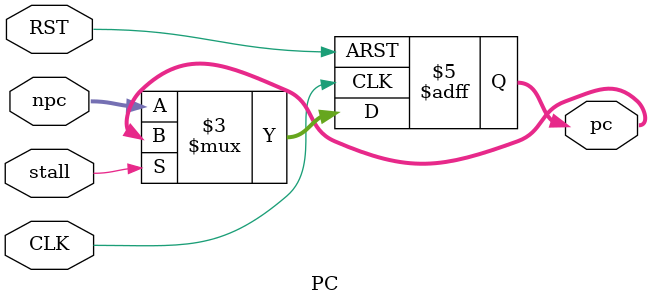
<source format=v>
module PC(
	input CLK,
	input RST,
	input [31:0] npc,
	output reg [31:0] pc,
	input stall
	);

	always @(posedge CLK or posedge RST)begin
		if(RST) pc <= 'h00400000;
		else if (~stall) pc <= npc;
	end

endmodule
</source>
